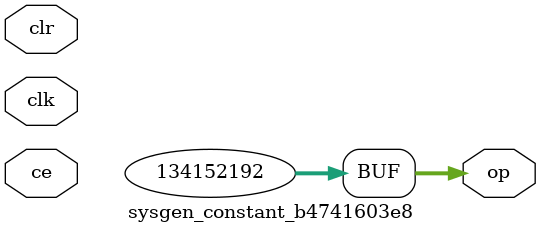
<source format=v>
module sysgen_constant_b4741603e8 (
  output [(32 - 1):0] op,
  input clk,
  input ce,
  input clr);
  assign op = 32'b00000111111111110000000000000000;
endmodule
</source>
